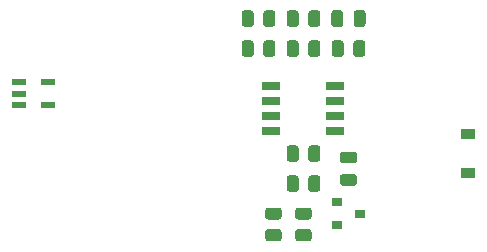
<source format=gbp>
G04 #@! TF.GenerationSoftware,KiCad,Pcbnew,(5.1.12)-1*
G04 #@! TF.CreationDate,2022-06-04T11:26:48+02:00*
G04 #@! TF.ProjectId,BSPD,42535044-2e6b-4696-9361-645f70636258,rev?*
G04 #@! TF.SameCoordinates,Original*
G04 #@! TF.FileFunction,Paste,Bot*
G04 #@! TF.FilePolarity,Positive*
%FSLAX46Y46*%
G04 Gerber Fmt 4.6, Leading zero omitted, Abs format (unit mm)*
G04 Created by KiCad (PCBNEW (5.1.12)-1) date 2022-06-04 11:26:48*
%MOMM*%
%LPD*%
G01*
G04 APERTURE LIST*
%ADD10R,1.200000X0.600000*%
%ADD11R,1.528000X0.650000*%
%ADD12R,0.900000X0.800000*%
%ADD13R,1.200000X0.900000*%
G04 APERTURE END LIST*
G36*
G01*
X130990000Y-78265000D02*
X130990000Y-79215000D01*
G75*
G02*
X130740000Y-79465000I-250000J0D01*
G01*
X130240000Y-79465000D01*
G75*
G02*
X129990000Y-79215000I0J250000D01*
G01*
X129990000Y-78265000D01*
G75*
G02*
X130240000Y-78015000I250000J0D01*
G01*
X130740000Y-78015000D01*
G75*
G02*
X130990000Y-78265000I0J-250000D01*
G01*
G37*
G36*
G01*
X129090000Y-78265000D02*
X129090000Y-79215000D01*
G75*
G02*
X128840000Y-79465000I-250000J0D01*
G01*
X128340000Y-79465000D01*
G75*
G02*
X128090000Y-79215000I0J250000D01*
G01*
X128090000Y-78265000D01*
G75*
G02*
X128340000Y-78015000I250000J0D01*
G01*
X128840000Y-78015000D01*
G75*
G02*
X129090000Y-78265000I0J-250000D01*
G01*
G37*
G36*
G01*
X130015000Y-92890000D02*
X129065000Y-92890000D01*
G75*
G02*
X128815000Y-92640000I0J250000D01*
G01*
X128815000Y-92140000D01*
G75*
G02*
X129065000Y-91890000I250000J0D01*
G01*
X130015000Y-91890000D01*
G75*
G02*
X130265000Y-92140000I0J-250000D01*
G01*
X130265000Y-92640000D01*
G75*
G02*
X130015000Y-92890000I-250000J0D01*
G01*
G37*
G36*
G01*
X130015000Y-90990000D02*
X129065000Y-90990000D01*
G75*
G02*
X128815000Y-90740000I0J250000D01*
G01*
X128815000Y-90240000D01*
G75*
G02*
X129065000Y-89990000I250000J0D01*
G01*
X130015000Y-89990000D01*
G75*
G02*
X130265000Y-90240000I0J-250000D01*
G01*
X130265000Y-90740000D01*
G75*
G02*
X130015000Y-90990000I-250000J0D01*
G01*
G37*
D10*
X101620000Y-86040000D03*
X101620000Y-85090000D03*
X101620000Y-84140000D03*
X104120000Y-84140000D03*
X104120000Y-86040000D03*
D11*
X123019000Y-84455000D03*
X123019000Y-85725000D03*
X123019000Y-86995000D03*
X123019000Y-88265000D03*
X128441000Y-88265000D03*
X128441000Y-86995000D03*
X128441000Y-85725000D03*
X128441000Y-84455000D03*
D12*
X130540000Y-95250000D03*
X128540000Y-94300000D03*
X128540000Y-96200000D03*
G36*
G01*
X122320000Y-79190001D02*
X122320000Y-78289999D01*
G75*
G02*
X122569999Y-78040000I249999J0D01*
G01*
X123095001Y-78040000D01*
G75*
G02*
X123345000Y-78289999I0J-249999D01*
G01*
X123345000Y-79190001D01*
G75*
G02*
X123095001Y-79440000I-249999J0D01*
G01*
X122569999Y-79440000D01*
G75*
G02*
X122320000Y-79190001I0J249999D01*
G01*
G37*
G36*
G01*
X120495000Y-79190001D02*
X120495000Y-78289999D01*
G75*
G02*
X120744999Y-78040000I249999J0D01*
G01*
X121270001Y-78040000D01*
G75*
G02*
X121520000Y-78289999I0J-249999D01*
G01*
X121520000Y-79190001D01*
G75*
G02*
X121270001Y-79440000I-249999J0D01*
G01*
X120744999Y-79440000D01*
G75*
G02*
X120495000Y-79190001I0J249999D01*
G01*
G37*
G36*
G01*
X129940000Y-81730001D02*
X129940000Y-80829999D01*
G75*
G02*
X130189999Y-80580000I249999J0D01*
G01*
X130715001Y-80580000D01*
G75*
G02*
X130965000Y-80829999I0J-249999D01*
G01*
X130965000Y-81730001D01*
G75*
G02*
X130715001Y-81980000I-249999J0D01*
G01*
X130189999Y-81980000D01*
G75*
G02*
X129940000Y-81730001I0J249999D01*
G01*
G37*
G36*
G01*
X128115000Y-81730001D02*
X128115000Y-80829999D01*
G75*
G02*
X128364999Y-80580000I249999J0D01*
G01*
X128890001Y-80580000D01*
G75*
G02*
X129140000Y-80829999I0J-249999D01*
G01*
X129140000Y-81730001D01*
G75*
G02*
X128890001Y-81980000I-249999J0D01*
G01*
X128364999Y-81980000D01*
G75*
G02*
X128115000Y-81730001I0J249999D01*
G01*
G37*
G36*
G01*
X124305000Y-81730001D02*
X124305000Y-80829999D01*
G75*
G02*
X124554999Y-80580000I249999J0D01*
G01*
X125080001Y-80580000D01*
G75*
G02*
X125330000Y-80829999I0J-249999D01*
G01*
X125330000Y-81730001D01*
G75*
G02*
X125080001Y-81980000I-249999J0D01*
G01*
X124554999Y-81980000D01*
G75*
G02*
X124305000Y-81730001I0J249999D01*
G01*
G37*
G36*
G01*
X126130000Y-81730001D02*
X126130000Y-80829999D01*
G75*
G02*
X126379999Y-80580000I249999J0D01*
G01*
X126905001Y-80580000D01*
G75*
G02*
X127155000Y-80829999I0J-249999D01*
G01*
X127155000Y-81730001D01*
G75*
G02*
X126905001Y-81980000I-249999J0D01*
G01*
X126379999Y-81980000D01*
G75*
G02*
X126130000Y-81730001I0J249999D01*
G01*
G37*
G36*
G01*
X126130000Y-79190001D02*
X126130000Y-78289999D01*
G75*
G02*
X126379999Y-78040000I249999J0D01*
G01*
X126905001Y-78040000D01*
G75*
G02*
X127155000Y-78289999I0J-249999D01*
G01*
X127155000Y-79190001D01*
G75*
G02*
X126905001Y-79440000I-249999J0D01*
G01*
X126379999Y-79440000D01*
G75*
G02*
X126130000Y-79190001I0J249999D01*
G01*
G37*
G36*
G01*
X124305000Y-79190001D02*
X124305000Y-78289999D01*
G75*
G02*
X124554999Y-78040000I249999J0D01*
G01*
X125080001Y-78040000D01*
G75*
G02*
X125330000Y-78289999I0J-249999D01*
G01*
X125330000Y-79190001D01*
G75*
G02*
X125080001Y-79440000I-249999J0D01*
G01*
X124554999Y-79440000D01*
G75*
G02*
X124305000Y-79190001I0J249999D01*
G01*
G37*
G36*
G01*
X122320000Y-81730001D02*
X122320000Y-80829999D01*
G75*
G02*
X122569999Y-80580000I249999J0D01*
G01*
X123095001Y-80580000D01*
G75*
G02*
X123345000Y-80829999I0J-249999D01*
G01*
X123345000Y-81730001D01*
G75*
G02*
X123095001Y-81980000I-249999J0D01*
G01*
X122569999Y-81980000D01*
G75*
G02*
X122320000Y-81730001I0J249999D01*
G01*
G37*
G36*
G01*
X120495000Y-81730001D02*
X120495000Y-80829999D01*
G75*
G02*
X120744999Y-80580000I249999J0D01*
G01*
X121270001Y-80580000D01*
G75*
G02*
X121520000Y-80829999I0J-249999D01*
G01*
X121520000Y-81730001D01*
G75*
G02*
X121270001Y-81980000I-249999J0D01*
G01*
X120744999Y-81980000D01*
G75*
G02*
X120495000Y-81730001I0J249999D01*
G01*
G37*
G36*
G01*
X123640001Y-97587500D02*
X122739999Y-97587500D01*
G75*
G02*
X122490000Y-97337501I0J249999D01*
G01*
X122490000Y-96812499D01*
G75*
G02*
X122739999Y-96562500I249999J0D01*
G01*
X123640001Y-96562500D01*
G75*
G02*
X123890000Y-96812499I0J-249999D01*
G01*
X123890000Y-97337501D01*
G75*
G02*
X123640001Y-97587500I-249999J0D01*
G01*
G37*
G36*
G01*
X123640001Y-95762500D02*
X122739999Y-95762500D01*
G75*
G02*
X122490000Y-95512501I0J249999D01*
G01*
X122490000Y-94987499D01*
G75*
G02*
X122739999Y-94737500I249999J0D01*
G01*
X123640001Y-94737500D01*
G75*
G02*
X123890000Y-94987499I0J-249999D01*
G01*
X123890000Y-95512501D01*
G75*
G02*
X123640001Y-95762500I-249999J0D01*
G01*
G37*
G36*
G01*
X127155000Y-92259999D02*
X127155000Y-93160001D01*
G75*
G02*
X126905001Y-93410000I-249999J0D01*
G01*
X126379999Y-93410000D01*
G75*
G02*
X126130000Y-93160001I0J249999D01*
G01*
X126130000Y-92259999D01*
G75*
G02*
X126379999Y-92010000I249999J0D01*
G01*
X126905001Y-92010000D01*
G75*
G02*
X127155000Y-92259999I0J-249999D01*
G01*
G37*
G36*
G01*
X125330000Y-92259999D02*
X125330000Y-93160001D01*
G75*
G02*
X125080001Y-93410000I-249999J0D01*
G01*
X124554999Y-93410000D01*
G75*
G02*
X124305000Y-93160001I0J249999D01*
G01*
X124305000Y-92259999D01*
G75*
G02*
X124554999Y-92010000I249999J0D01*
G01*
X125080001Y-92010000D01*
G75*
G02*
X125330000Y-92259999I0J-249999D01*
G01*
G37*
G36*
G01*
X126130000Y-90620001D02*
X126130000Y-89719999D01*
G75*
G02*
X126379999Y-89470000I249999J0D01*
G01*
X126905001Y-89470000D01*
G75*
G02*
X127155000Y-89719999I0J-249999D01*
G01*
X127155000Y-90620001D01*
G75*
G02*
X126905001Y-90870000I-249999J0D01*
G01*
X126379999Y-90870000D01*
G75*
G02*
X126130000Y-90620001I0J249999D01*
G01*
G37*
G36*
G01*
X124305000Y-90620001D02*
X124305000Y-89719999D01*
G75*
G02*
X124554999Y-89470000I249999J0D01*
G01*
X125080001Y-89470000D01*
G75*
G02*
X125330000Y-89719999I0J-249999D01*
G01*
X125330000Y-90620001D01*
G75*
G02*
X125080001Y-90870000I-249999J0D01*
G01*
X124554999Y-90870000D01*
G75*
G02*
X124305000Y-90620001I0J249999D01*
G01*
G37*
G36*
G01*
X125279999Y-94737500D02*
X126180001Y-94737500D01*
G75*
G02*
X126430000Y-94987499I0J-249999D01*
G01*
X126430000Y-95512501D01*
G75*
G02*
X126180001Y-95762500I-249999J0D01*
G01*
X125279999Y-95762500D01*
G75*
G02*
X125030000Y-95512501I0J249999D01*
G01*
X125030000Y-94987499D01*
G75*
G02*
X125279999Y-94737500I249999J0D01*
G01*
G37*
G36*
G01*
X125279999Y-96562500D02*
X126180001Y-96562500D01*
G75*
G02*
X126430000Y-96812499I0J-249999D01*
G01*
X126430000Y-97337501D01*
G75*
G02*
X126180001Y-97587500I-249999J0D01*
G01*
X125279999Y-97587500D01*
G75*
G02*
X125030000Y-97337501I0J249999D01*
G01*
X125030000Y-96812499D01*
G75*
G02*
X125279999Y-96562500I249999J0D01*
G01*
G37*
D13*
X139700000Y-88520000D03*
X139700000Y-91820000D03*
M02*

</source>
